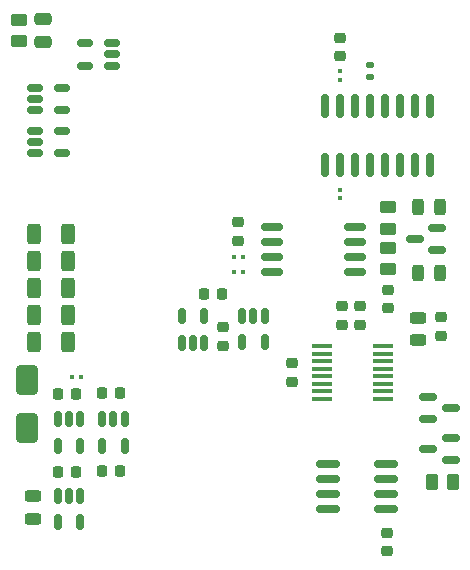
<source format=gbp>
%TF.GenerationSoftware,KiCad,Pcbnew,(7.0.0)*%
%TF.CreationDate,2023-09-29T14:09:18-04:00*%
%TF.ProjectId,_HW_ToslinkToDMX,5f48575f-546f-4736-9c69-6e6b546f444d,rev?*%
%TF.SameCoordinates,Original*%
%TF.FileFunction,Paste,Bot*%
%TF.FilePolarity,Positive*%
%FSLAX46Y46*%
G04 Gerber Fmt 4.6, Leading zero omitted, Abs format (unit mm)*
G04 Created by KiCad (PCBNEW (7.0.0)) date 2023-09-29 14:09:18*
%MOMM*%
%LPD*%
G01*
G04 APERTURE LIST*
G04 Aperture macros list*
%AMRoundRect*
0 Rectangle with rounded corners*
0 $1 Rounding radius*
0 $2 $3 $4 $5 $6 $7 $8 $9 X,Y pos of 4 corners*
0 Add a 4 corners polygon primitive as box body*
4,1,4,$2,$3,$4,$5,$6,$7,$8,$9,$2,$3,0*
0 Add four circle primitives for the rounded corners*
1,1,$1+$1,$2,$3*
1,1,$1+$1,$4,$5*
1,1,$1+$1,$6,$7*
1,1,$1+$1,$8,$9*
0 Add four rect primitives between the rounded corners*
20,1,$1+$1,$2,$3,$4,$5,0*
20,1,$1+$1,$4,$5,$6,$7,0*
20,1,$1+$1,$6,$7,$8,$9,0*
20,1,$1+$1,$8,$9,$2,$3,0*%
G04 Aperture macros list end*
%ADD10RoundRect,0.135000X-0.185000X0.135000X-0.185000X-0.135000X0.185000X-0.135000X0.185000X0.135000X0*%
%ADD11RoundRect,0.150000X-0.150000X0.512500X-0.150000X-0.512500X0.150000X-0.512500X0.150000X0.512500X0*%
%ADD12RoundRect,0.150000X0.587500X0.150000X-0.587500X0.150000X-0.587500X-0.150000X0.587500X-0.150000X0*%
%ADD13RoundRect,0.225000X0.250000X-0.225000X0.250000X0.225000X-0.250000X0.225000X-0.250000X-0.225000X0*%
%ADD14RoundRect,0.079500X-0.100500X0.079500X-0.100500X-0.079500X0.100500X-0.079500X0.100500X0.079500X0*%
%ADD15RoundRect,0.225000X-0.225000X-0.250000X0.225000X-0.250000X0.225000X0.250000X-0.225000X0.250000X0*%
%ADD16RoundRect,0.250000X-0.312500X-0.625000X0.312500X-0.625000X0.312500X0.625000X-0.312500X0.625000X0*%
%ADD17RoundRect,0.250000X-0.650000X1.000000X-0.650000X-1.000000X0.650000X-1.000000X0.650000X1.000000X0*%
%ADD18RoundRect,0.079500X-0.079500X-0.100500X0.079500X-0.100500X0.079500X0.100500X-0.079500X0.100500X0*%
%ADD19RoundRect,0.225000X-0.250000X0.225000X-0.250000X-0.225000X0.250000X-0.225000X0.250000X0.225000X0*%
%ADD20RoundRect,0.250000X-0.450000X0.262500X-0.450000X-0.262500X0.450000X-0.262500X0.450000X0.262500X0*%
%ADD21RoundRect,0.079500X0.079500X0.100500X-0.079500X0.100500X-0.079500X-0.100500X0.079500X-0.100500X0*%
%ADD22RoundRect,0.243750X-0.243750X-0.456250X0.243750X-0.456250X0.243750X0.456250X-0.243750X0.456250X0*%
%ADD23RoundRect,0.250000X-0.475000X0.250000X-0.475000X-0.250000X0.475000X-0.250000X0.475000X0.250000X0*%
%ADD24RoundRect,0.150000X-0.512500X-0.150000X0.512500X-0.150000X0.512500X0.150000X-0.512500X0.150000X0*%
%ADD25RoundRect,0.150000X0.150000X-0.850000X0.150000X0.850000X-0.150000X0.850000X-0.150000X-0.850000X0*%
%ADD26RoundRect,0.250000X0.262500X0.450000X-0.262500X0.450000X-0.262500X-0.450000X0.262500X-0.450000X0*%
%ADD27RoundRect,0.079500X0.100500X-0.079500X0.100500X0.079500X-0.100500X0.079500X-0.100500X-0.079500X0*%
%ADD28R,1.803400X0.355600*%
%ADD29RoundRect,0.243750X0.456250X-0.243750X0.456250X0.243750X-0.456250X0.243750X-0.456250X-0.243750X0*%
%ADD30RoundRect,0.150000X0.512500X0.150000X-0.512500X0.150000X-0.512500X-0.150000X0.512500X-0.150000X0*%
%ADD31RoundRect,0.150000X-0.825000X-0.150000X0.825000X-0.150000X0.825000X0.150000X-0.825000X0.150000X0*%
%ADD32RoundRect,0.150000X-0.587500X-0.150000X0.587500X-0.150000X0.587500X0.150000X-0.587500X0.150000X0*%
%ADD33RoundRect,0.150000X-0.800000X-0.150000X0.800000X-0.150000X0.800000X0.150000X-0.800000X0.150000X0*%
%ADD34RoundRect,0.250000X0.450000X-0.262500X0.450000X0.262500X-0.450000X0.262500X-0.450000X-0.262500X0*%
%ADD35RoundRect,0.150000X0.150000X-0.512500X0.150000X0.512500X-0.150000X0.512500X-0.150000X-0.512500X0*%
G04 APERTURE END LIST*
D10*
X139192000Y-116330000D03*
X139192000Y-117350000D03*
D11*
X128336000Y-137546500D03*
X129286000Y-137546500D03*
X130236000Y-137546500D03*
X130236000Y-139821500D03*
X128336000Y-139821500D03*
D12*
X144828500Y-130114000D03*
X144828500Y-132014000D03*
X142953500Y-131064000D03*
D13*
X136779000Y-138316000D03*
X136779000Y-136766000D03*
D14*
X136652000Y-116876000D03*
X136652000Y-117566000D03*
D15*
X116446000Y-144145000D03*
X117996000Y-144145000D03*
D16*
X110678500Y-130683000D03*
X113603500Y-130683000D03*
D17*
X110109000Y-143034000D03*
X110109000Y-147034000D03*
D18*
X113955000Y-142748000D03*
X114645000Y-142748000D03*
D19*
X140589000Y-155943000D03*
X140589000Y-157493000D03*
D20*
X140716000Y-128373500D03*
X140716000Y-130198500D03*
D21*
X128361000Y-133858000D03*
X127671000Y-133858000D03*
D15*
X112702000Y-144165000D03*
X114252000Y-144165000D03*
D22*
X143207500Y-128397000D03*
X145082500Y-128397000D03*
D15*
X116446000Y-150749000D03*
X117996000Y-150749000D03*
D16*
X110678500Y-132969000D03*
X113603500Y-132969000D03*
D11*
X112715000Y-152786500D03*
X113665000Y-152786500D03*
X114615000Y-152786500D03*
X114615000Y-155061500D03*
X112715000Y-155061500D03*
D13*
X138303000Y-138316000D03*
X138303000Y-136766000D03*
D12*
X145971500Y-147894000D03*
X145971500Y-149794000D03*
X144096500Y-148844000D03*
D15*
X112702000Y-150769000D03*
X114252000Y-150769000D03*
D19*
X132588000Y-141592000D03*
X132588000Y-143142000D03*
D23*
X111506000Y-112461000D03*
X111506000Y-114361000D03*
D18*
X127671000Y-132588000D03*
X128361000Y-132588000D03*
D24*
X110821000Y-120142000D03*
X110821000Y-119192000D03*
X110821000Y-118242000D03*
X113096000Y-118242000D03*
X113096000Y-120142000D03*
D25*
X144272000Y-124801000D03*
X143002000Y-124801000D03*
X141732000Y-124801000D03*
X140462000Y-124801000D03*
X139192000Y-124801000D03*
X137922000Y-124801000D03*
X136652000Y-124801000D03*
X135382000Y-124801000D03*
X135382000Y-119801000D03*
X136652000Y-119801000D03*
X137922000Y-119801000D03*
X139192000Y-119801000D03*
X140462000Y-119801000D03*
X141732000Y-119801000D03*
X143002000Y-119801000D03*
X144272000Y-119801000D03*
D26*
X146200500Y-151638000D03*
X144375500Y-151638000D03*
D27*
X136652000Y-127599000D03*
X136652000Y-126909000D03*
D11*
X112715000Y-146309500D03*
X113665000Y-146309500D03*
X114615000Y-146309500D03*
X114615000Y-148584500D03*
X112715000Y-148584500D03*
D28*
X135115299Y-144589499D03*
X135115299Y-143954499D03*
X135115299Y-143319499D03*
X135115299Y-142684499D03*
X135115299Y-142049499D03*
X135115299Y-141414499D03*
X135115299Y-140779499D03*
X135115299Y-140144499D03*
X140220699Y-140144499D03*
X140220699Y-140779499D03*
X140220699Y-141414499D03*
X140220699Y-142049499D03*
X140220699Y-142684499D03*
X140220699Y-143319499D03*
X140220699Y-143954499D03*
X140220699Y-144589499D03*
D29*
X110617000Y-154734500D03*
X110617000Y-152859500D03*
D30*
X117281500Y-114493000D03*
X117281500Y-115443000D03*
X117281500Y-116393000D03*
X115006500Y-116393000D03*
X115006500Y-114493000D03*
D31*
X135574000Y-153924000D03*
X135574000Y-152654000D03*
X135574000Y-151384000D03*
X135574000Y-150114000D03*
X140524000Y-150114000D03*
X140524000Y-151384000D03*
X140524000Y-152654000D03*
X140524000Y-153924000D03*
D19*
X136652000Y-114033000D03*
X136652000Y-115583000D03*
D20*
X109474000Y-112498500D03*
X109474000Y-114323500D03*
D32*
X144096500Y-146304000D03*
X144096500Y-144404000D03*
X145971500Y-145354000D03*
D11*
X116469000Y-146309500D03*
X117419000Y-146309500D03*
X118369000Y-146309500D03*
X118369000Y-148584500D03*
X116469000Y-148584500D03*
D22*
X143207500Y-133985000D03*
X145082500Y-133985000D03*
D13*
X128016000Y-131204000D03*
X128016000Y-129654000D03*
D33*
X130866000Y-133858000D03*
X130866000Y-132588000D03*
X130866000Y-131318000D03*
X130866000Y-130048000D03*
X137866000Y-130048000D03*
X137866000Y-131318000D03*
X137866000Y-132588000D03*
X137866000Y-133858000D03*
D16*
X110678500Y-137541000D03*
X113603500Y-137541000D03*
D34*
X140716000Y-133627500D03*
X140716000Y-131802500D03*
D19*
X145155015Y-137711138D03*
X145155015Y-139261138D03*
X126746000Y-138544000D03*
X126746000Y-140094000D03*
X140716000Y-135369000D03*
X140716000Y-136919000D03*
D24*
X110821000Y-123825000D03*
X110821000Y-122875000D03*
X110821000Y-121925000D03*
X113096000Y-121925000D03*
X113096000Y-123825000D03*
D16*
X110678500Y-135255000D03*
X113603500Y-135255000D03*
X110678500Y-139827000D03*
X113603500Y-139827000D03*
D15*
X125082000Y-135763000D03*
X126632000Y-135763000D03*
D29*
X143256000Y-139621500D03*
X143256000Y-137746500D03*
D35*
X125099615Y-139878088D03*
X124149615Y-139878088D03*
X123199615Y-139878088D03*
X123199615Y-137603088D03*
X125099615Y-137603088D03*
M02*

</source>
